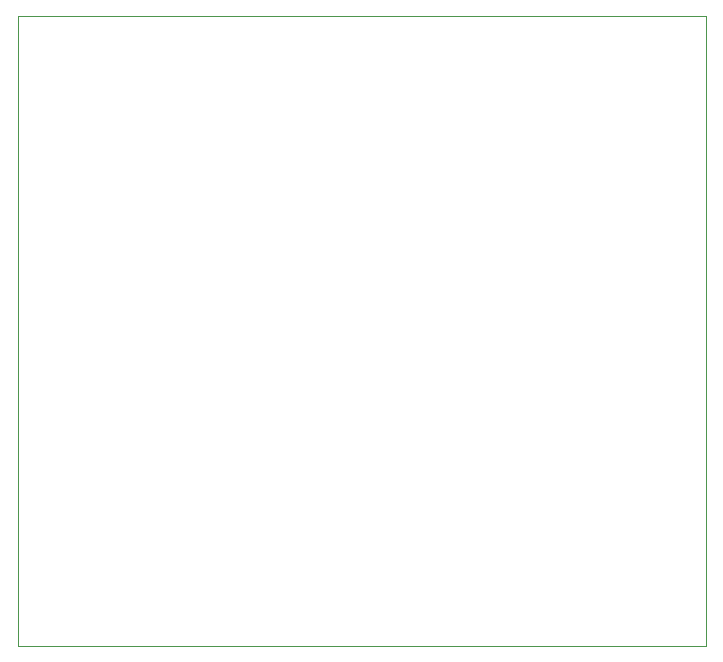
<source format=gbr>
%TF.GenerationSoftware,KiCad,Pcbnew,(5.1.10)-1*%
%TF.CreationDate,2021-12-24T17:51:45-05:00*%
%TF.ProjectId,BlueRetro Genesis ESP32 Shield,426c7565-5265-4747-926f-2047656e6573,rev?*%
%TF.SameCoordinates,Original*%
%TF.FileFunction,Profile,NP*%
%FSLAX46Y46*%
G04 Gerber Fmt 4.6, Leading zero omitted, Abs format (unit mm)*
G04 Created by KiCad (PCBNEW (5.1.10)-1) date 2021-12-24 17:51:45*
%MOMM*%
%LPD*%
G01*
G04 APERTURE LIST*
%TA.AperFunction,Profile*%
%ADD10C,0.050000*%
%TD*%
G04 APERTURE END LIST*
D10*
X122174000Y-110617000D02*
X122174000Y-57277000D01*
X180467000Y-57277000D02*
X180467000Y-110617000D01*
X180467000Y-110617000D02*
X122174000Y-110617000D01*
X122174000Y-57277000D02*
X180467000Y-57277000D01*
M02*

</source>
